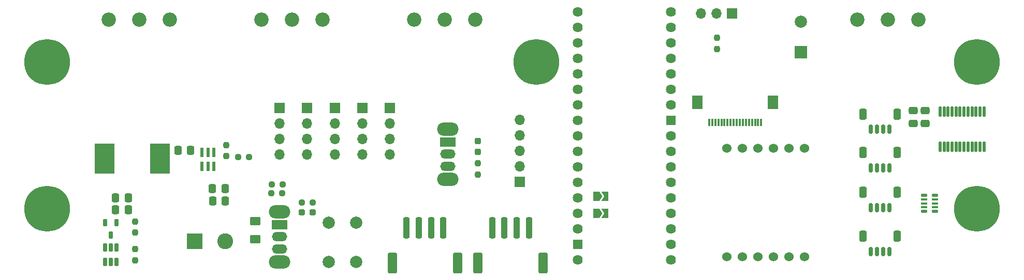
<source format=gbr>
%TF.GenerationSoftware,KiCad,Pcbnew,7.0.1-0*%
%TF.CreationDate,2023-07-27T20:08:02-04:00*%
%TF.ProjectId,Segway V3,53656777-6179-4205-9633-2e6b69636164,V1*%
%TF.SameCoordinates,Original*%
%TF.FileFunction,Soldermask,Top*%
%TF.FilePolarity,Negative*%
%FSLAX46Y46*%
G04 Gerber Fmt 4.6, Leading zero omitted, Abs format (unit mm)*
G04 Created by KiCad (PCBNEW 7.0.1-0) date 2023-07-27 20:08:02*
%MOMM*%
%LPD*%
G01*
G04 APERTURE LIST*
G04 Aperture macros list*
%AMRoundRect*
0 Rectangle with rounded corners*
0 $1 Rounding radius*
0 $2 $3 $4 $5 $6 $7 $8 $9 X,Y pos of 4 corners*
0 Add a 4 corners polygon primitive as box body*
4,1,4,$2,$3,$4,$5,$6,$7,$8,$9,$2,$3,0*
0 Add four circle primitives for the rounded corners*
1,1,$1+$1,$2,$3*
1,1,$1+$1,$4,$5*
1,1,$1+$1,$6,$7*
1,1,$1+$1,$8,$9*
0 Add four rect primitives between the rounded corners*
20,1,$1+$1,$2,$3,$4,$5,0*
20,1,$1+$1,$4,$5,$6,$7,0*
20,1,$1+$1,$6,$7,$8,$9,0*
20,1,$1+$1,$8,$9,$2,$3,0*%
%AMFreePoly0*
4,1,6,1.000000,0.000000,0.500000,-0.750000,-0.500000,-0.750000,-0.500000,0.750000,0.500000,0.750000,1.000000,0.000000,1.000000,0.000000,$1*%
%AMFreePoly1*
4,1,6,0.500000,-0.750000,-0.650000,-0.750000,-0.150000,0.000000,-0.650000,0.750000,0.500000,0.750000,0.500000,-0.750000,0.500000,-0.750000,$1*%
G04 Aperture macros list end*
%ADD10C,7.500000*%
%ADD11RoundRect,0.237500X-0.237500X0.287500X-0.237500X-0.287500X0.237500X-0.287500X0.237500X0.287500X0*%
%ADD12RoundRect,0.250000X-0.337500X-0.475000X0.337500X-0.475000X0.337500X0.475000X-0.337500X0.475000X0*%
%ADD13RoundRect,0.250000X-0.475000X0.337500X-0.475000X-0.337500X0.475000X-0.337500X0.475000X0.337500X0*%
%ADD14RoundRect,0.237500X0.237500X-0.250000X0.237500X0.250000X-0.237500X0.250000X-0.237500X-0.250000X0*%
%ADD15RoundRect,0.150000X-0.150000X-0.625000X0.150000X-0.625000X0.150000X0.625000X-0.150000X0.625000X0*%
%ADD16RoundRect,0.250000X-0.350000X-0.650000X0.350000X-0.650000X0.350000X0.650000X-0.350000X0.650000X0*%
%ADD17FreePoly0,0.000000*%
%ADD18FreePoly1,0.000000*%
%ADD19RoundRect,0.250000X0.337500X0.475000X-0.337500X0.475000X-0.337500X-0.475000X0.337500X-0.475000X0*%
%ADD20C,2.340000*%
%ADD21RoundRect,0.250000X-0.250000X-1.500000X0.250000X-1.500000X0.250000X1.500000X-0.250000X1.500000X0*%
%ADD22RoundRect,0.250001X-0.499999X-1.449999X0.499999X-1.449999X0.499999X1.449999X-0.499999X1.449999X0*%
%ADD23R,2.600000X2.600000*%
%ADD24C,2.600000*%
%ADD25R,1.700000X1.700000*%
%ADD26O,1.700000X1.700000*%
%ADD27C,2.000000*%
%ADD28C,1.625600*%
%ADD29RoundRect,0.025400X0.736600X0.736600X-0.736600X0.736600X-0.736600X-0.736600X0.736600X-0.736600X0*%
%ADD30RoundRect,0.237500X0.250000X0.237500X-0.250000X0.237500X-0.250000X-0.237500X0.250000X-0.237500X0*%
%ADD31RoundRect,0.041300X0.253700X-0.683700X0.253700X0.683700X-0.253700X0.683700X-0.253700X-0.683700X0*%
%ADD32RoundRect,0.237500X-0.287500X-0.237500X0.287500X-0.237500X0.287500X0.237500X-0.287500X0.237500X0*%
%ADD33RoundRect,0.237500X-0.250000X-0.237500X0.250000X-0.237500X0.250000X0.237500X-0.250000X0.237500X0*%
%ADD34RoundRect,0.250001X-0.624999X0.462499X-0.624999X-0.462499X0.624999X-0.462499X0.624999X0.462499X0*%
%ADD35RoundRect,0.090000X0.210000X-0.585000X0.210000X0.585000X-0.210000X0.585000X-0.210000X-0.585000X0*%
%ADD36C,1.524000*%
%ADD37RoundRect,0.020500X-0.429500X-0.184500X0.429500X-0.184500X0.429500X0.184500X-0.429500X0.184500X0*%
%ADD38RoundRect,0.012400X-0.437600X-0.142600X0.437600X-0.142600X0.437600X0.142600X-0.437600X0.142600X0*%
%ADD39RoundRect,0.020500X0.429500X0.184500X-0.429500X0.184500X-0.429500X-0.184500X0.429500X-0.184500X0*%
%ADD40RoundRect,0.012400X0.437600X0.142600X-0.437600X0.142600X-0.437600X-0.142600X0.437600X-0.142600X0*%
%ADD41R,3.175000X4.950000*%
%ADD42O,3.500000X2.200000*%
%ADD43R,2.500000X1.500000*%
%ADD44O,2.500000X1.500000*%
%ADD45RoundRect,0.020500X0.184500X-0.764500X0.184500X0.764500X-0.184500X0.764500X-0.184500X-0.764500X0*%
%ADD46R,0.300000X1.300000*%
%ADD47R,1.800000X2.200000*%
%ADD48R,2.000000X2.000000*%
%ADD49RoundRect,0.048800X-0.256200X0.541200X-0.256200X-0.541200X0.256200X-0.541200X0.256200X0.541200X0*%
G04 APERTURE END LIST*
D10*
%TO.C,REF\u002A\u002A*%
X80000000Y-112000000D03*
%TD*%
D11*
%TO.C,D1*%
X150400000Y-124925000D03*
X150400000Y-126675000D03*
%TD*%
D12*
%TO.C,Cout2*%
X91162500Y-136200000D03*
X93237500Y-136200000D03*
%TD*%
D13*
%TO.C,C_i2C1*%
X223600000Y-119925000D03*
X223600000Y-122000000D03*
%TD*%
D14*
%TO.C,R_LED1*%
X189500000Y-109825000D03*
X189500000Y-108000000D03*
%TD*%
D15*
%TO.C,Qw4*%
X214700000Y-143000000D03*
X215700000Y-143000000D03*
X216700000Y-143000000D03*
X217700000Y-143000000D03*
D16*
X213400000Y-140475000D03*
X219000000Y-140475000D03*
%TD*%
D17*
%TO.C,JP2*%
X169775000Y-134000000D03*
D18*
X171225000Y-134000000D03*
%TD*%
D19*
%TO.C,Cin2*%
X109087500Y-132712500D03*
X107012500Y-132712500D03*
%TD*%
D20*
%TO.C,POT3*%
X150000000Y-105000000D03*
X145000000Y-105000000D03*
X140000000Y-105000000D03*
%TD*%
%TO.C,POT2*%
X125000000Y-105000000D03*
X120000000Y-105000000D03*
X115000000Y-105000000D03*
%TD*%
D21*
%TO.C,E2*%
X152750000Y-139150000D03*
X154750000Y-139150000D03*
X156750000Y-139150000D03*
X158750000Y-139150000D03*
D22*
X150400000Y-144900000D03*
X161100000Y-144900000D03*
%TD*%
D14*
%TO.C,R_ZVD_2*%
X94400000Y-144475000D03*
X94400000Y-142650000D03*
%TD*%
D23*
%TO.C,J9*%
X104107502Y-141307500D03*
D24*
X109107502Y-141307500D03*
%TD*%
D15*
%TO.C,Qw2*%
X214700000Y-129325000D03*
X215700000Y-129325000D03*
X216700000Y-129325000D03*
X217700000Y-129325000D03*
D16*
X213400000Y-126800000D03*
X219000000Y-126800000D03*
%TD*%
D25*
%TO.C,J5*%
X122500000Y-119500000D03*
D26*
X122500000Y-122040000D03*
X122500000Y-124580000D03*
X122500000Y-127120000D03*
%TD*%
D27*
%TO.C,RST*%
X130500000Y-138262500D03*
X130500000Y-144762500D03*
X126000000Y-138262500D03*
X126000000Y-144762500D03*
%TD*%
D25*
%TO.C,J6*%
X131500000Y-119500000D03*
D26*
X131500000Y-122040000D03*
X131500000Y-124580000D03*
X131500000Y-127120000D03*
%TD*%
D28*
%TO.C,U1*%
X166760000Y-144360000D03*
D29*
X166760000Y-141820000D03*
D28*
X166760000Y-139280000D03*
X166760000Y-136740000D03*
X166760000Y-134200000D03*
X166760000Y-131660000D03*
X166760000Y-129120000D03*
X166760000Y-126580000D03*
X166760000Y-124040000D03*
X166760000Y-121500000D03*
X166760000Y-118960000D03*
X166760000Y-116420000D03*
X166760000Y-113880000D03*
X166760000Y-111340000D03*
X166760000Y-108800000D03*
X166760000Y-106260000D03*
X166760000Y-103720000D03*
X182000000Y-103720000D03*
X182000000Y-106260000D03*
X182000000Y-108800000D03*
X182000000Y-111340000D03*
X182000000Y-113880000D03*
X182000000Y-116420000D03*
X182000000Y-118960000D03*
D29*
X182000000Y-121500000D03*
D28*
X182000000Y-124040000D03*
X182000000Y-126580000D03*
X182000000Y-129120000D03*
X182000000Y-131660000D03*
X182000000Y-134200000D03*
X182000000Y-136740000D03*
X182000000Y-139280000D03*
X182000000Y-141820000D03*
X182000000Y-144360000D03*
%TD*%
D10*
%TO.C,REF\u002A\u002A*%
X160000000Y-112000000D03*
%TD*%
D25*
%TO.C,J2*%
X192000000Y-104000000D03*
D26*
X189460000Y-104000000D03*
X186920000Y-104000000D03*
%TD*%
D20*
%TO.C,POT4*%
X222500000Y-105000000D03*
X217500000Y-105000000D03*
X212500000Y-105000000D03*
%TD*%
D30*
%TO.C,Rfbt1*%
X113000000Y-127500000D03*
X111175000Y-127500000D03*
%TD*%
D31*
%TO.C,U3*%
X105307502Y-129080000D03*
X106257502Y-129080000D03*
X107207502Y-129080000D03*
X107207502Y-126770000D03*
X106257502Y-126770000D03*
X105307502Y-126770000D03*
%TD*%
D32*
%TO.C,D2*%
X121625000Y-136600000D03*
X123375000Y-136600000D03*
%TD*%
D10*
%TO.C,REF\u002A\u002A*%
X232000000Y-112000000D03*
%TD*%
D33*
%TO.C,RBAT2*%
X116587500Y-133500000D03*
X118412500Y-133500000D03*
%TD*%
D25*
%TO.C,J8*%
X157250000Y-131575000D03*
D26*
X157250000Y-129035000D03*
X157250000Y-126495000D03*
X157250000Y-123955000D03*
X157250000Y-121415000D03*
%TD*%
D25*
%TO.C,J7*%
X136000000Y-119500000D03*
D26*
X136000000Y-122040000D03*
X136000000Y-124580000D03*
X136000000Y-127120000D03*
%TD*%
D34*
%TO.C,F1*%
X114000000Y-138025000D03*
X114000000Y-141000000D03*
%TD*%
D35*
%TO.C,Q1*%
X89450000Y-144747500D03*
X90400000Y-144747500D03*
X91350000Y-144747500D03*
X91350000Y-142377500D03*
X90400000Y-142377500D03*
X89450000Y-142377500D03*
%TD*%
D15*
%TO.C,Qw3*%
X214700000Y-135825000D03*
X215700000Y-135825000D03*
X216700000Y-135825000D03*
X217700000Y-135825000D03*
D16*
X213400000Y-133300000D03*
X219000000Y-133300000D03*
%TD*%
D30*
%TO.C,R_PWR1*%
X123412500Y-135000000D03*
X121587500Y-135000000D03*
%TD*%
D19*
%TO.C,Cin1*%
X109125000Y-134712500D03*
X107050000Y-134712500D03*
%TD*%
D25*
%TO.C,J3*%
X127000000Y-119500000D03*
D26*
X127000000Y-122040000D03*
X127000000Y-124580000D03*
X127000000Y-127120000D03*
%TD*%
D10*
%TO.C,REF\u002A\u002A*%
X80000000Y-136000000D03*
%TD*%
D14*
%TO.C,Rfbb1*%
X109300000Y-127412500D03*
X109300000Y-125587500D03*
%TD*%
D17*
%TO.C,JP1*%
X169800000Y-136750000D03*
D18*
X171250000Y-136750000D03*
%TD*%
D12*
%TO.C,Cbst1*%
X101362500Y-126412500D03*
X103437500Y-126412500D03*
%TD*%
D36*
%TO.C,A1*%
X191150000Y-143890000D03*
X193690000Y-143890000D03*
X196230000Y-143890000D03*
X198770000Y-143890000D03*
X201310000Y-143890000D03*
X203850000Y-143890000D03*
X191150000Y-126110000D03*
X193690000Y-126110000D03*
X196230000Y-126110000D03*
X198770000Y-126110000D03*
X201310000Y-126110000D03*
X203850000Y-126110000D03*
%TD*%
D14*
%TO.C,R_MOTOR1*%
X150400000Y-130400000D03*
X150400000Y-128575000D03*
%TD*%
D37*
%TO.C,RN1*%
X223430000Y-133800000D03*
D38*
X223430000Y-134490000D03*
X223430000Y-135130000D03*
X223430000Y-135770000D03*
D37*
X223430000Y-136460000D03*
D39*
X225200000Y-136460000D03*
D40*
X225200000Y-135770000D03*
X225200000Y-135130000D03*
X225200000Y-134490000D03*
D39*
X225200000Y-133800000D03*
%TD*%
D21*
%TO.C,E1*%
X138750000Y-139150000D03*
X140750000Y-139150000D03*
X142750000Y-139150000D03*
X144750000Y-139150000D03*
D22*
X136400000Y-144900000D03*
X147100000Y-144900000D03*
%TD*%
D13*
%TO.C,C_i2C2*%
X221600000Y-119925000D03*
X221600000Y-122000000D03*
%TD*%
D41*
%TO.C,L1*%
X98407500Y-127812500D03*
X89392500Y-127812500D03*
%TD*%
D25*
%TO.C,J4*%
X118000000Y-119500000D03*
D26*
X118000000Y-122040000D03*
X118000000Y-124580000D03*
X118000000Y-127120000D03*
%TD*%
D12*
%TO.C,Cout1*%
X91162500Y-134200000D03*
X93237500Y-134200000D03*
%TD*%
D33*
%TO.C,RBAT1*%
X116675000Y-132000000D03*
X118500000Y-132000000D03*
%TD*%
D42*
%TO.C,S1*%
X118000000Y-136512500D03*
X118000000Y-144712500D03*
D43*
X118000000Y-138612500D03*
D44*
X118000000Y-140612500D03*
X118000000Y-142612500D03*
%TD*%
D42*
%TO.C,MOTOR_SW1*%
X145500000Y-122975000D03*
X145500000Y-131175000D03*
D43*
X145500000Y-125075000D03*
D44*
X145500000Y-127075000D03*
X145500000Y-129075000D03*
%TD*%
D45*
%TO.C,U2*%
X226025000Y-125870000D03*
X226675000Y-125870000D03*
X227325000Y-125870000D03*
X227975000Y-125870000D03*
X228625000Y-125870000D03*
X229275000Y-125870000D03*
X229925000Y-125870000D03*
X230575000Y-125870000D03*
X231225000Y-125870000D03*
X231875000Y-125870000D03*
X232525000Y-125870000D03*
X233175000Y-125870000D03*
X233175000Y-120130000D03*
X232525000Y-120130000D03*
X231875000Y-120130000D03*
X231225000Y-120130000D03*
X230575000Y-120130000D03*
X229925000Y-120130000D03*
X229275000Y-120130000D03*
X228625000Y-120130000D03*
X227975000Y-120130000D03*
X227325000Y-120130000D03*
X226675000Y-120130000D03*
X226025000Y-120130000D03*
%TD*%
D15*
%TO.C,Qw1*%
X214700000Y-123000000D03*
X215700000Y-123000000D03*
X216700000Y-123000000D03*
X217700000Y-123000000D03*
D16*
X213400000Y-120475000D03*
X219000000Y-120475000D03*
%TD*%
D20*
%TO.C,POT1*%
X100000000Y-105000000D03*
X95000000Y-105000000D03*
X90000000Y-105000000D03*
%TD*%
D14*
%TO.C,R_ZVD_1*%
X94400000Y-139912500D03*
X94400000Y-138087500D03*
%TD*%
D10*
%TO.C,REF\u002A\u002A*%
X232000000Y-136000000D03*
%TD*%
D46*
%TO.C,U4*%
X196750000Y-121850000D03*
X196250000Y-121850000D03*
X195750000Y-121850000D03*
X195250000Y-121850000D03*
X194750000Y-121850000D03*
X194250000Y-121850000D03*
X193750000Y-121850000D03*
X193250000Y-121850000D03*
X192750000Y-121850000D03*
X192250000Y-121850000D03*
X191750000Y-121850000D03*
X191250000Y-121850000D03*
X190750000Y-121850000D03*
X190250000Y-121850000D03*
X189750000Y-121850000D03*
X189250000Y-121850000D03*
X188750000Y-121850000D03*
X188250000Y-121850000D03*
D47*
X198650000Y-118600000D03*
X186350000Y-118600000D03*
%TD*%
D48*
%TO.C,C_LED1*%
X203250000Y-110367677D03*
D27*
X203250000Y-105367677D03*
%TD*%
D49*
%TO.C,Q2*%
X91315000Y-138287500D03*
X89485000Y-138287500D03*
X90400000Y-140337500D03*
%TD*%
M02*

</source>
